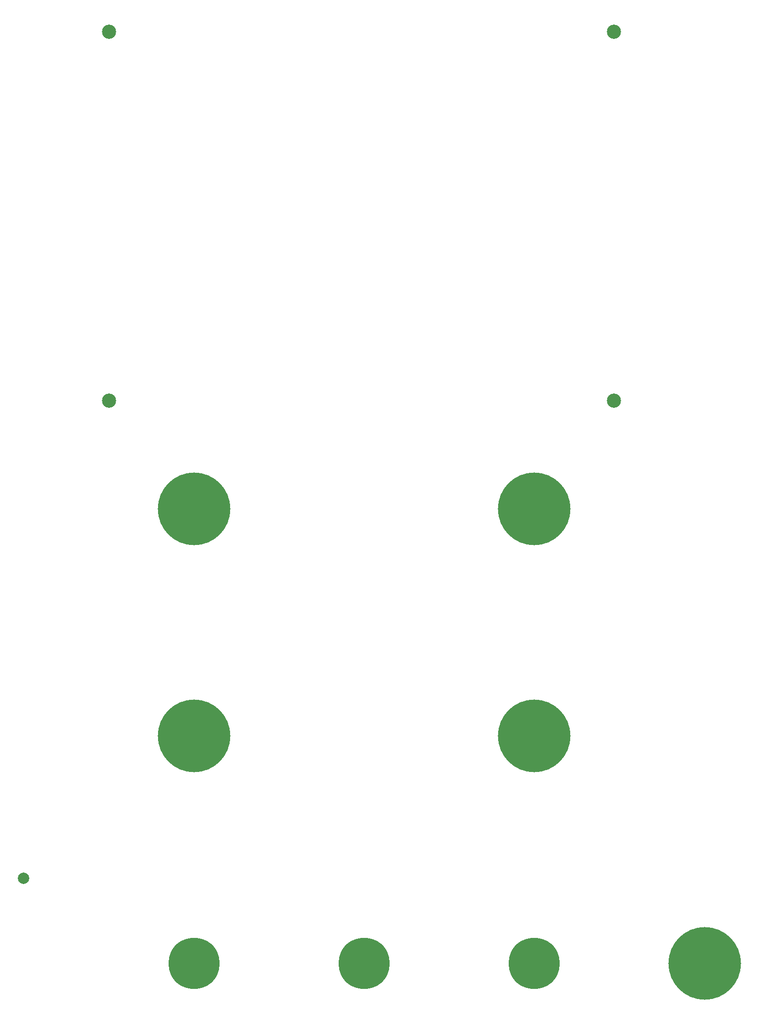
<source format=gbr>
%TF.GenerationSoftware,KiCad,Pcbnew,7.0.9*%
%TF.CreationDate,2024-02-29T19:14:21+00:00*%
%TF.ProjectId,Rpi-Zynthian-Panel,5270692d-5a79-46e7-9468-69616e2d5061,rev?*%
%TF.SameCoordinates,Original*%
%TF.FileFunction,Soldermask,Top*%
%TF.FilePolarity,Negative*%
%FSLAX46Y46*%
G04 Gerber Fmt 4.6, Leading zero omitted, Abs format (unit mm)*
G04 Created by KiCad (PCBNEW 7.0.9) date 2024-02-29 19:14:21*
%MOMM*%
%LPD*%
G01*
G04 APERTURE LIST*
%ADD10C,9.000000*%
%ADD11C,12.800000*%
%ADD12C,2.000000*%
%ADD13C,2.500000*%
G04 APERTURE END LIST*
D10*
%TO.C,H7*%
X110000000Y-190000000D03*
%TD*%
%TO.C,H6*%
X80000000Y-190000000D03*
%TD*%
%TO.C,H5*%
X50000000Y-190000000D03*
%TD*%
D11*
%TO.C,H8*%
X140000000Y-190000000D03*
%TD*%
%TO.C,H4*%
X110000000Y-150000000D03*
%TD*%
%TO.C,H3*%
X50000000Y-150000000D03*
%TD*%
%TO.C,H2*%
X110000000Y-110000000D03*
%TD*%
%TO.C,H1*%
X50000000Y-110000000D03*
%TD*%
D12*
%TO.C,REF\u002A\u002A*%
X20000000Y-175000000D03*
%TD*%
D13*
%TO.C,REF\u002A\u002A*%
X124000000Y-91000000D03*
%TD*%
%TO.C,REF\u002A\u002A*%
X35000000Y-91000000D03*
%TD*%
%TO.C,REF\u002A\u002A*%
X124000000Y-26000000D03*
%TD*%
%TO.C,REF\u002A\u002A*%
X35000000Y-26000000D03*
%TD*%
M02*

</source>
